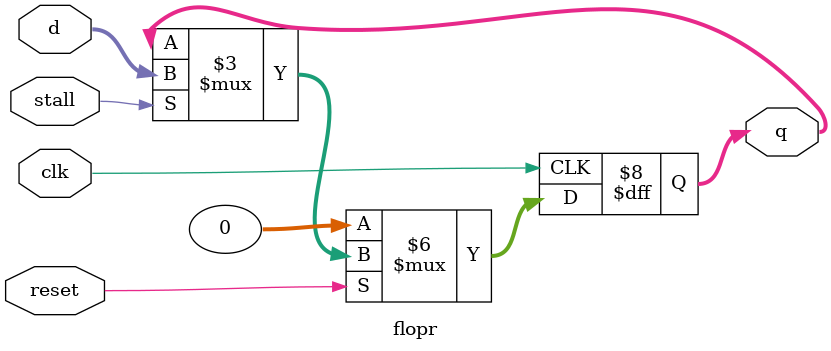
<source format=v>
`timescale 1ps / 1ps


module flopr #(parameter WIDTH = 32)
 (input wire clk, reset,
 stall,
 input wire [WIDTH-1:0] d,
 output reg [WIDTH-1:0] q);

 always @(posedge clk)
 begin
  if (reset==0) begin
    q <= 32'h00000000;
 end
else if (stall)begin
   q <= d;
end
end
endmodule








</source>
